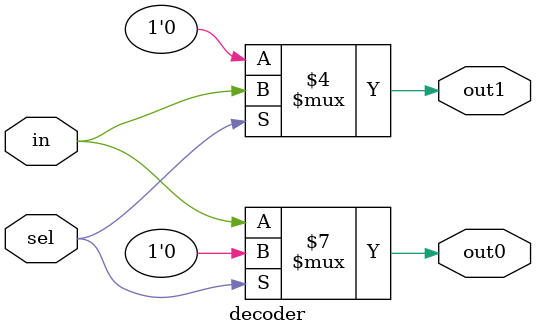
<source format=sv>
module decoder
(
	input sel,
	input in,
	output logic out0,
	output logic out1
);

always_comb
begin
	if (sel == 0) begin
		out0 = in;
		out1 = 0;
	end
	else begin
		out0 = 0;
		out1 = in;
	end
end

endmodule : decoder
</source>
